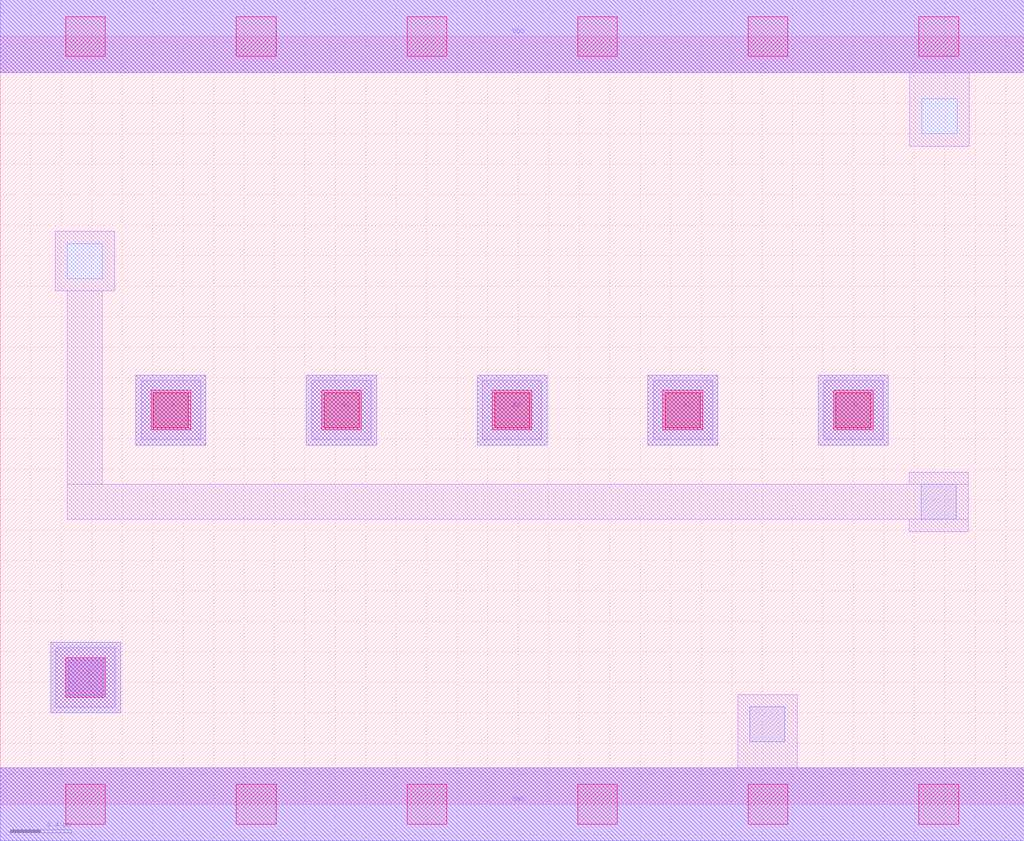
<source format=lef>
MACRO AOI41
 CLASS CORE ;
 FOREIGN AOI41 0 0 ;
 SIZE 6.72 BY 5.04 ;
 ORIGIN 0 0 ;
 SYMMETRY X Y R90 ;
 SITE unit ;
  PIN VDD
   DIRECTION INOUT ;
   USE POWER ;
   SHAPE ABUTMENT ;
    PORT
     CLASS CORE ;
       LAYER met1 ;
        RECT 0.00000000 4.80000000 6.72000000 5.28000000 ;
       LAYER met2 ;
        RECT 0.00000000 4.80000000 6.72000000 5.28000000 ;
    END
  END VDD

  PIN GND
   DIRECTION INOUT ;
   USE POWER ;
   SHAPE ABUTMENT ;
    PORT
     CLASS CORE ;
       LAYER met1 ;
        RECT 0.00000000 -0.24000000 6.72000000 0.24000000 ;
       LAYER met2 ;
        RECT 0.00000000 -0.24000000 6.72000000 0.24000000 ;
    END
  END GND

  PIN Y
   DIRECTION INOUT ;
   USE SIGNAL ;
   SHAPE ABUTMENT ;
    PORT
     CLASS CORE ;
       LAYER met2 ;
        RECT 0.33000000 0.60200000 0.79000000 1.06200000 ;
    END
  END Y

  PIN B
   DIRECTION INOUT ;
   USE SIGNAL ;
   SHAPE ABUTMENT ;
    PORT
     CLASS CORE ;
       LAYER met2 ;
        RECT 5.37000000 2.35700000 5.83000000 2.81700000 ;
    END
  END B

  PIN A3
   DIRECTION INOUT ;
   USE SIGNAL ;
   SHAPE ABUTMENT ;
    PORT
     CLASS CORE ;
       LAYER met2 ;
        RECT 4.25000000 2.35700000 4.71000000 2.81700000 ;
    END
  END A3

  PIN A1
   DIRECTION INOUT ;
   USE SIGNAL ;
   SHAPE ABUTMENT ;
    PORT
     CLASS CORE ;
       LAYER met2 ;
        RECT 2.01000000 2.35700000 2.47000000 2.81700000 ;
    END
  END A1

  PIN A2
   DIRECTION INOUT ;
   USE SIGNAL ;
   SHAPE ABUTMENT ;
    PORT
     CLASS CORE ;
       LAYER met2 ;
        RECT 3.13000000 2.35700000 3.59000000 2.81700000 ;
    END
  END A2

  PIN A
   DIRECTION INOUT ;
   USE SIGNAL ;
   SHAPE ABUTMENT ;
    PORT
     CLASS CORE ;
       LAYER met2 ;
        RECT 0.89000000 2.35700000 1.35000000 2.81700000 ;
    END
  END A

 OBS
    LAYER polycont ;
     RECT 1.00500000 2.47200000 1.23500000 2.70200000 ;
     RECT 2.12500000 2.47200000 2.35500000 2.70200000 ;
     RECT 3.24500000 2.47200000 3.47500000 2.70200000 ;
     RECT 4.36500000 2.47200000 4.59500000 2.70200000 ;
     RECT 5.48500000 2.47200000 5.71500000 2.70200000 ;

    LAYER pdiffc ;
     RECT 0.44000000 3.45000000 0.67000000 3.68000000 ;
     RECT 6.05000000 4.40000000 6.28000000 4.63000000 ;

    LAYER ndiffc ;
     RECT 4.92000000 0.41000000 5.15000000 0.64000000 ;
     RECT 0.44500000 0.71700000 0.67500000 0.94700000 ;
     RECT 6.04500000 1.87000000 6.27500000 2.10000000 ;

    LAYER met1 ;
     RECT 0.00000000 -0.24000000 6.72000000 0.24000000 ;
     RECT 4.84000000 0.24000000 5.23000000 0.72000000 ;
     RECT 0.36500000 0.63700000 0.75500000 1.02700000 ;
     RECT 0.92500000 2.39200000 1.31500000 2.78200000 ;
     RECT 2.04500000 2.39200000 2.43500000 2.78200000 ;
     RECT 3.16500000 2.39200000 3.55500000 2.78200000 ;
     RECT 4.28500000 2.39200000 4.67500000 2.78200000 ;
     RECT 5.40500000 2.39200000 5.79500000 2.78200000 ;
     RECT 5.96500000 1.79000000 6.35500000 1.87000000 ;
     RECT 0.44000000 1.87000000 6.35500000 2.10000000 ;
     RECT 5.96500000 2.10000000 6.35500000 2.18000000 ;
     RECT 0.44000000 2.10000000 0.67000000 3.37000000 ;
     RECT 0.36000000 3.37000000 0.75000000 3.76000000 ;
     RECT 5.97000000 4.32000000 6.36000000 4.80000000 ;
     RECT 0.00000000 4.80000000 6.72000000 5.28000000 ;

    LAYER via1 ;
     RECT 0.43000000 -0.13000000 0.69000000 0.13000000 ;
     RECT 1.55000000 -0.13000000 1.81000000 0.13000000 ;
     RECT 2.67000000 -0.13000000 2.93000000 0.13000000 ;
     RECT 3.79000000 -0.13000000 4.05000000 0.13000000 ;
     RECT 4.91000000 -0.13000000 5.17000000 0.13000000 ;
     RECT 6.03000000 -0.13000000 6.29000000 0.13000000 ;
     RECT 0.43000000 0.70200000 0.69000000 0.96200000 ;
     RECT 0.99000000 2.45700000 1.25000000 2.71700000 ;
     RECT 2.11000000 2.45700000 2.37000000 2.71700000 ;
     RECT 3.23000000 2.45700000 3.49000000 2.71700000 ;
     RECT 4.35000000 2.45700000 4.61000000 2.71700000 ;
     RECT 5.47000000 2.45700000 5.73000000 2.71700000 ;
     RECT 0.43000000 4.91000000 0.69000000 5.17000000 ;
     RECT 1.55000000 4.91000000 1.81000000 5.17000000 ;
     RECT 2.67000000 4.91000000 2.93000000 5.17000000 ;
     RECT 3.79000000 4.91000000 4.05000000 5.17000000 ;
     RECT 4.91000000 4.91000000 5.17000000 5.17000000 ;
     RECT 6.03000000 4.91000000 6.29000000 5.17000000 ;

    LAYER met2 ;
     RECT 0.00000000 -0.24000000 6.72000000 0.24000000 ;
     RECT 0.33000000 0.60200000 0.79000000 1.06200000 ;
     RECT 0.89000000 2.35700000 1.35000000 2.81700000 ;
     RECT 2.01000000 2.35700000 2.47000000 2.81700000 ;
     RECT 3.13000000 2.35700000 3.59000000 2.81700000 ;
     RECT 4.25000000 2.35700000 4.71000000 2.81700000 ;
     RECT 5.37000000 2.35700000 5.83000000 2.81700000 ;
     RECT 0.00000000 4.80000000 6.72000000 5.28000000 ;

 END
END AOI41

</source>
